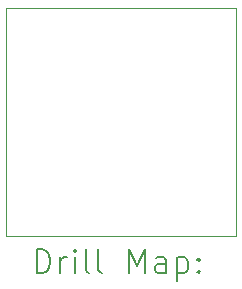
<source format=gbr>
%TF.GenerationSoftware,KiCad,Pcbnew,7.0.6*%
%TF.CreationDate,2023-08-04T12:55:17+05:30*%
%TF.ProjectId,XIAO ESP32S3 IMU,5849414f-2045-4535-9033-32533320494d,rev?*%
%TF.SameCoordinates,Original*%
%TF.FileFunction,Drillmap*%
%TF.FilePolarity,Positive*%
%FSLAX45Y45*%
G04 Gerber Fmt 4.5, Leading zero omitted, Abs format (unit mm)*
G04 Created by KiCad (PCBNEW 7.0.6) date 2023-08-04 12:55:17*
%MOMM*%
%LPD*%
G01*
G04 APERTURE LIST*
%ADD10C,0.100000*%
%ADD11C,0.200000*%
G04 APERTURE END LIST*
D10*
X12580000Y-5815000D02*
X14525000Y-5815000D01*
X14525000Y-7745000D01*
X12580000Y-7745000D01*
X12580000Y-5815000D01*
D11*
X12835777Y-8061484D02*
X12835777Y-7861484D01*
X12835777Y-7861484D02*
X12883396Y-7861484D01*
X12883396Y-7861484D02*
X12911967Y-7871008D01*
X12911967Y-7871008D02*
X12931015Y-7890055D01*
X12931015Y-7890055D02*
X12940539Y-7909103D01*
X12940539Y-7909103D02*
X12950062Y-7947198D01*
X12950062Y-7947198D02*
X12950062Y-7975769D01*
X12950062Y-7975769D02*
X12940539Y-8013865D01*
X12940539Y-8013865D02*
X12931015Y-8032912D01*
X12931015Y-8032912D02*
X12911967Y-8051960D01*
X12911967Y-8051960D02*
X12883396Y-8061484D01*
X12883396Y-8061484D02*
X12835777Y-8061484D01*
X13035777Y-8061484D02*
X13035777Y-7928150D01*
X13035777Y-7966246D02*
X13045301Y-7947198D01*
X13045301Y-7947198D02*
X13054824Y-7937674D01*
X13054824Y-7937674D02*
X13073872Y-7928150D01*
X13073872Y-7928150D02*
X13092920Y-7928150D01*
X13159586Y-8061484D02*
X13159586Y-7928150D01*
X13159586Y-7861484D02*
X13150062Y-7871008D01*
X13150062Y-7871008D02*
X13159586Y-7880531D01*
X13159586Y-7880531D02*
X13169110Y-7871008D01*
X13169110Y-7871008D02*
X13159586Y-7861484D01*
X13159586Y-7861484D02*
X13159586Y-7880531D01*
X13283396Y-8061484D02*
X13264348Y-8051960D01*
X13264348Y-8051960D02*
X13254824Y-8032912D01*
X13254824Y-8032912D02*
X13254824Y-7861484D01*
X13388158Y-8061484D02*
X13369110Y-8051960D01*
X13369110Y-8051960D02*
X13359586Y-8032912D01*
X13359586Y-8032912D02*
X13359586Y-7861484D01*
X13616729Y-8061484D02*
X13616729Y-7861484D01*
X13616729Y-7861484D02*
X13683396Y-8004341D01*
X13683396Y-8004341D02*
X13750062Y-7861484D01*
X13750062Y-7861484D02*
X13750062Y-8061484D01*
X13931015Y-8061484D02*
X13931015Y-7956722D01*
X13931015Y-7956722D02*
X13921491Y-7937674D01*
X13921491Y-7937674D02*
X13902443Y-7928150D01*
X13902443Y-7928150D02*
X13864348Y-7928150D01*
X13864348Y-7928150D02*
X13845301Y-7937674D01*
X13931015Y-8051960D02*
X13911967Y-8061484D01*
X13911967Y-8061484D02*
X13864348Y-8061484D01*
X13864348Y-8061484D02*
X13845301Y-8051960D01*
X13845301Y-8051960D02*
X13835777Y-8032912D01*
X13835777Y-8032912D02*
X13835777Y-8013865D01*
X13835777Y-8013865D02*
X13845301Y-7994817D01*
X13845301Y-7994817D02*
X13864348Y-7985293D01*
X13864348Y-7985293D02*
X13911967Y-7985293D01*
X13911967Y-7985293D02*
X13931015Y-7975769D01*
X14026253Y-7928150D02*
X14026253Y-8128150D01*
X14026253Y-7937674D02*
X14045301Y-7928150D01*
X14045301Y-7928150D02*
X14083396Y-7928150D01*
X14083396Y-7928150D02*
X14102443Y-7937674D01*
X14102443Y-7937674D02*
X14111967Y-7947198D01*
X14111967Y-7947198D02*
X14121491Y-7966246D01*
X14121491Y-7966246D02*
X14121491Y-8023388D01*
X14121491Y-8023388D02*
X14111967Y-8042436D01*
X14111967Y-8042436D02*
X14102443Y-8051960D01*
X14102443Y-8051960D02*
X14083396Y-8061484D01*
X14083396Y-8061484D02*
X14045301Y-8061484D01*
X14045301Y-8061484D02*
X14026253Y-8051960D01*
X14207205Y-8042436D02*
X14216729Y-8051960D01*
X14216729Y-8051960D02*
X14207205Y-8061484D01*
X14207205Y-8061484D02*
X14197682Y-8051960D01*
X14197682Y-8051960D02*
X14207205Y-8042436D01*
X14207205Y-8042436D02*
X14207205Y-8061484D01*
X14207205Y-7937674D02*
X14216729Y-7947198D01*
X14216729Y-7947198D02*
X14207205Y-7956722D01*
X14207205Y-7956722D02*
X14197682Y-7947198D01*
X14197682Y-7947198D02*
X14207205Y-7937674D01*
X14207205Y-7937674D02*
X14207205Y-7956722D01*
M02*

</source>
